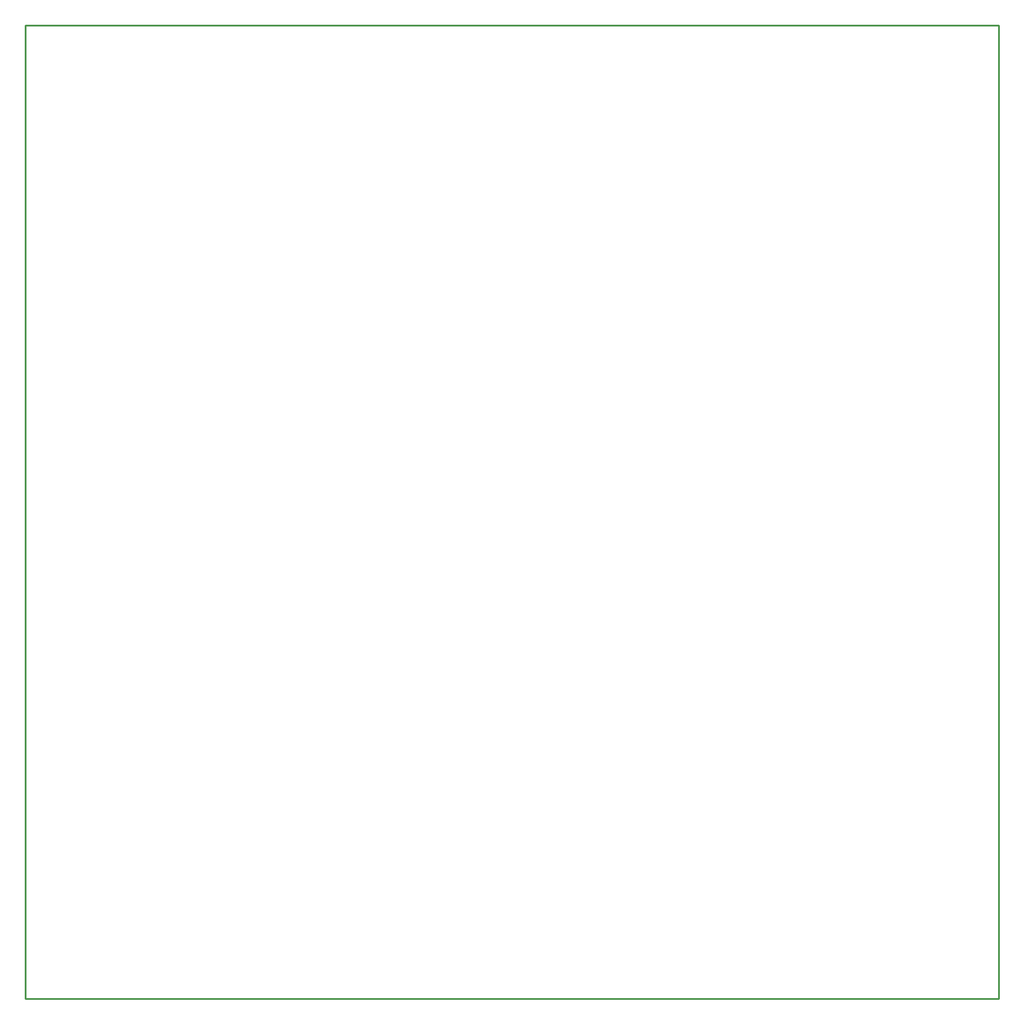
<source format=gko>
G04 Layer: BoardOutlineLayer*
G04 EasyEDA v6.5.23, 2023-06-02 07:25:32*
G04 faa352a2f59442928f15561526b97a70,7a70a1584c9f4322b4499a83215dc486,10*
G04 Gerber Generator version 0.2*
G04 Scale: 100 percent, Rotated: No, Reflected: No *
G04 Dimensions in millimeters *
G04 leading zeros omitted , absolute positions ,4 integer and 5 decimal *
%FSLAX45Y45*%
%MOMM*%

%ADD10C,0.2540*%
D10*
X0Y13999971D02*
G01*
X13999972Y13999971D01*
X13999972Y0D01*
X0Y0D01*
X0Y13999971D01*

%LPD*%
M02*

</source>
